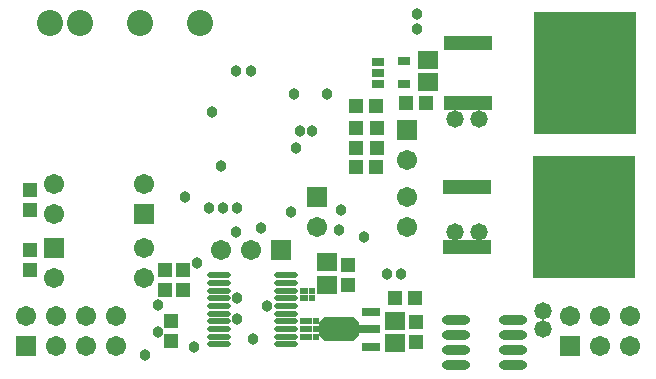
<source format=gts>
%FSDAX24Y24*%
%MOIN*%
%SFA1B1*%

%IPPOS*%
%AMD45*
4,1,8,0.067000,-0.020700,0.067000,0.020700,0.046300,0.041400,-0.046300,0.041400,-0.067000,0.020700,-0.067000,-0.020700,-0.046300,-0.041400,0.046300,-0.041400,0.067000,-0.020700,0.0*
%
%ADD29R,0.019510X0.022040*%
%ADD30R,0.019390X0.021750*%
%ADD31R,0.028420X0.021750*%
%ADD32R,0.023680X0.021750*%
%ADD33R,0.039340X0.021870*%
%ADD34R,0.039150X0.021870*%
%ADD35R,0.039270X0.021870*%
%ADD36R,0.047370X0.051310*%
%ADD37R,0.338710X0.405640*%
%ADD38R,0.159580X0.045400*%
%ADD39R,0.051310X0.047370*%
%ADD40R,0.043310X0.027560*%
%ADD41O,0.078870X0.021780*%
%ADD42O,0.094610X0.031620*%
%ADD43R,0.063120X0.031620*%
%ADD44R,0.078870X0.031620*%
G04~CAMADD=45~4~0.0~0.0~828.0~1339.8~0.0~207.0~0~0.0~0.0~0.0~0.0~0~0.0~0.0~0.0~0.0~0~0.0~0.0~0.0~270.0~1340.0~828.0*
%ADD45D45*%
%ADD46R,0.067060X0.059180*%
%ADD47R,0.067060X0.067060*%
%ADD48C,0.067060*%
%ADD49C,0.086740*%
%ADD50R,0.067060X0.067060*%
%ADD51C,0.038000*%
%ADD52C,0.058000*%
%LNpcb_dimmerbard-1*%
%LPD*%
G54D29*
X010299Y002784D03*
G54D30*
X010299Y003038D03*
G54D31*
X010028Y003038D03*
X010026Y002783D03*
G54D32*
X010427Y002013D03*
X010428Y001756D03*
Y001500D03*
G54D33*
X010082Y002015D03*
G54D34*
X010082Y001760D03*
G54D35*
X010081Y001501D03*
G54D36*
X006000Y003734D03*
Y003065D03*
X005400D03*
Y003734D03*
X005600Y001365D03*
Y002034D03*
X000900Y005715D03*
Y006384D03*
Y004384D03*
Y003715D03*
X013750Y001315D03*
Y001984D03*
X011750Y007780D03*
Y008450D03*
X012450Y007780D03*
Y008450D03*
X011500Y003215D03*
Y003884D03*
G54D37*
X019367Y005500D03*
X019400Y010300D03*
G54D38*
X015450Y004500D03*
Y006500D03*
X015482Y011300D03*
Y009300D03*
G54D39*
X013415Y009300D03*
X013734Y002800D03*
X013065D03*
X014084Y009300D03*
X011765Y007150D03*
X012434D03*
X011765Y009200D03*
X012434D03*
G54D40*
X012500Y010300D03*
X013366Y010674D03*
Y009925D03*
X012500Y010673D03*
Y009926D03*
G54D41*
X009422Y002016D03*
Y001504D03*
Y001760D03*
Y002783D03*
Y003039D03*
Y001248D03*
Y002272D03*
Y002528D03*
Y003295D03*
Y003551D03*
X007178Y001248D03*
Y001504D03*
Y001760D03*
Y002016D03*
Y002272D03*
Y002528D03*
Y002783D03*
Y003039D03*
Y003295D03*
Y003551D03*
G54D42*
X015100Y002050D03*
Y001550D03*
Y001050D03*
Y000550D03*
X016989Y002050D03*
Y001550D03*
Y001050D03*
Y000550D03*
G54D43*
X012248Y001159D03*
Y002340D03*
G54D44*
X012169Y001750D03*
G54D45*
X011185Y001750D03*
G54D46*
X014150Y010724D03*
Y009976D03*
X013050Y001276D03*
Y002024D03*
X010800Y003226D03*
Y003974D03*
G54D47*
X010450Y006150D03*
X000750Y001200D03*
X018900D03*
X004700Y005600D03*
X001700Y004450D03*
X009250Y004400D03*
G54D48*
X010450Y005150D03*
X013450Y006150D03*
Y005150D03*
X000750Y002200D03*
X001750Y001200D03*
Y002200D03*
X002750Y001200D03*
Y002200D03*
X003750Y001200D03*
Y002200D03*
X018900D03*
X019900Y001200D03*
Y002200D03*
X020900Y001200D03*
Y002200D03*
X001700Y006600D03*
Y005600D03*
X004700Y006600D03*
Y003450D03*
Y004450D03*
X001700Y003450D03*
X008250Y004400D03*
X007250D03*
X013450Y007400D03*
G54D49*
X001550Y011950D03*
X002550D03*
X004550D03*
X006550D03*
G54D50*
X013450Y008400D03*
G54D51*
X012800Y003600D03*
X013250D03*
X009700Y009600D03*
X006966Y008984D03*
X007750Y010350D03*
X013784Y012249D03*
X008250Y010350D03*
X006350Y001150D03*
X009903Y008353D03*
X011200Y005050D03*
X011261Y005711D03*
X013779Y011749D03*
X006050Y006150D03*
X007250Y007200D03*
X010800Y009600D03*
X006452Y003959D03*
X008333Y001416D03*
X005150Y001650D03*
Y002550D03*
X004742Y000892D03*
X008789Y002526D03*
X008602Y005123D03*
X007799Y002783D03*
X007800Y002100D03*
X007325Y005800D03*
X007800D03*
X006850D03*
X012037Y004837D03*
X009600Y005650D03*
X010300Y008350D03*
X007750Y005000D03*
X009750Y007800D03*
G54D52*
X018000Y002350D03*
Y001750D03*
X015850Y005000D03*
X015050D03*
Y008750D03*
X015850D03*
X020600Y006850D03*
Y005950D03*
Y005050D03*
Y004150D03*
X019750D03*
Y005050D03*
Y005950D03*
Y006850D03*
X018750Y011700D03*
Y010800D03*
Y009900D03*
Y009000D03*
X019600Y011700D03*
Y010800D03*
Y009900D03*
Y009000D03*
X020450D03*
Y009900D03*
Y010800D03*
Y011700D03*
M02*
</source>
